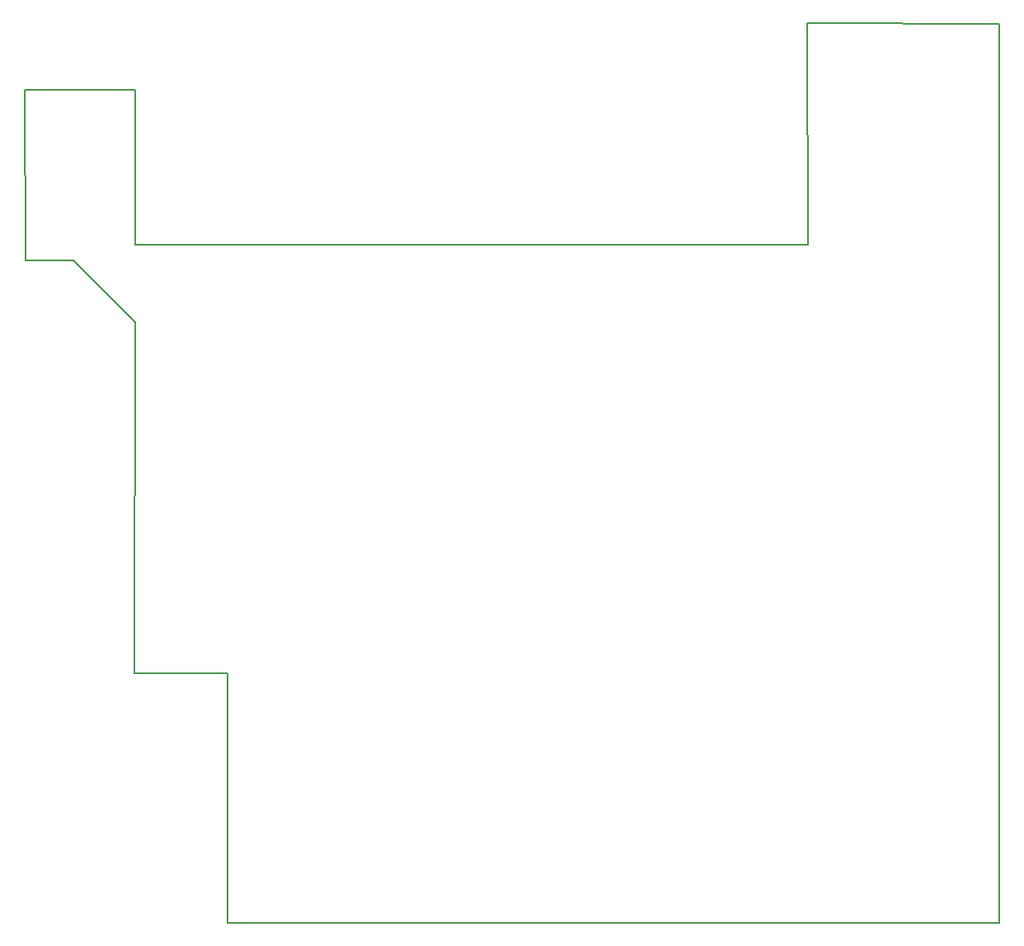
<source format=gbr>
G04 #@! TF.GenerationSoftware,KiCad,Pcbnew,(5.1.5-0-10_14)*
G04 #@! TF.CreationDate,2020-08-25T16:07:41+10:00*
G04 #@! TF.ProjectId,UFC,5546432e-6b69-4636-9164-5f7063625858,A*
G04 #@! TF.SameCoordinates,Original*
G04 #@! TF.FileFunction,Profile,NP*
%FSLAX46Y46*%
G04 Gerber Fmt 4.6, Leading zero omitted, Abs format (unit mm)*
G04 Created by KiCad (PCBNEW (5.1.5-0-10_14)) date 2020-08-25 16:07:41*
%MOMM*%
%LPD*%
G04 APERTURE LIST*
%ADD10C,0.150000*%
G04 APERTURE END LIST*
D10*
X89408000Y-114808000D02*
X89408000Y-140462000D01*
X79883000Y-114808000D02*
X89408000Y-114808000D01*
X79940000Y-54864000D02*
X68650000Y-54864000D01*
X68680000Y-72430000D02*
X73590000Y-72430000D01*
X68650000Y-54864000D02*
X68680000Y-72430000D01*
X79980000Y-70800000D02*
X79940000Y-54864000D01*
X149010000Y-70810000D02*
X79980000Y-70800000D01*
X148970000Y-48060000D02*
X149010000Y-70810000D01*
X168670000Y-48100000D02*
X148970000Y-48060000D01*
X168670000Y-48100000D02*
X168700000Y-140462000D01*
X168700000Y-140462000D02*
X89408000Y-140462000D01*
X79883000Y-114808000D02*
X79930000Y-78730000D01*
X73590000Y-72430000D02*
X79930000Y-78730000D01*
M02*

</source>
